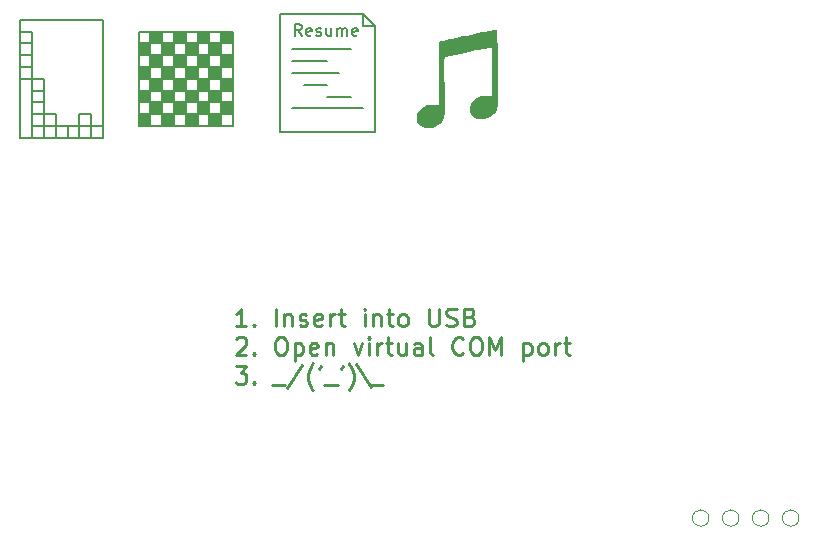
<source format=gbr>
%TF.GenerationSoftware,KiCad,Pcbnew,7.0.1*%
%TF.CreationDate,2023-07-03T20:41:50-04:00*%
%TF.ProjectId,business_card,62757369-6e65-4737-935f-636172642e6b,rev?*%
%TF.SameCoordinates,Original*%
%TF.FileFunction,Legend,Top*%
%TF.FilePolarity,Positive*%
%FSLAX46Y46*%
G04 Gerber Fmt 4.6, Leading zero omitted, Abs format (unit mm)*
G04 Created by KiCad (PCBNEW 7.0.1) date 2023-07-03 20:41:50*
%MOMM*%
%LPD*%
G01*
G04 APERTURE LIST*
%ADD10C,0.150000*%
%ADD11C,0.250000*%
%ADD12C,0.120000*%
G04 APERTURE END LIST*
D10*
X46000000Y-42000000D02*
X47000000Y-42000000D01*
X47000000Y-43000000D01*
X46000000Y-43000000D01*
X46000000Y-42000000D01*
X45000000Y-39000000D02*
X46000000Y-39000000D01*
X46000000Y-40000000D01*
X45000000Y-40000000D01*
X45000000Y-39000000D01*
X45000000Y-40000000D02*
X46000000Y-40000000D01*
X46000000Y-41000000D01*
X45000000Y-41000000D01*
X45000000Y-40000000D01*
X44000000Y-35000000D02*
X45000000Y-35000000D01*
X45000000Y-36000000D01*
X44000000Y-36000000D01*
X44000000Y-35000000D01*
D11*
X63142857Y-59956428D02*
X62285714Y-59956428D01*
X62714285Y-59956428D02*
X62714285Y-58456428D01*
X62714285Y-58456428D02*
X62571428Y-58670714D01*
X62571428Y-58670714D02*
X62428571Y-58813571D01*
X62428571Y-58813571D02*
X62285714Y-58885000D01*
X63785713Y-59813571D02*
X63857142Y-59885000D01*
X63857142Y-59885000D02*
X63785713Y-59956428D01*
X63785713Y-59956428D02*
X63714285Y-59885000D01*
X63714285Y-59885000D02*
X63785713Y-59813571D01*
X63785713Y-59813571D02*
X63785713Y-59956428D01*
X65642856Y-59956428D02*
X65642856Y-58456428D01*
X66357142Y-58956428D02*
X66357142Y-59956428D01*
X66357142Y-59099285D02*
X66428571Y-59027857D01*
X66428571Y-59027857D02*
X66571428Y-58956428D01*
X66571428Y-58956428D02*
X66785714Y-58956428D01*
X66785714Y-58956428D02*
X66928571Y-59027857D01*
X66928571Y-59027857D02*
X67000000Y-59170714D01*
X67000000Y-59170714D02*
X67000000Y-59956428D01*
X67642857Y-59885000D02*
X67785714Y-59956428D01*
X67785714Y-59956428D02*
X68071428Y-59956428D01*
X68071428Y-59956428D02*
X68214285Y-59885000D01*
X68214285Y-59885000D02*
X68285714Y-59742142D01*
X68285714Y-59742142D02*
X68285714Y-59670714D01*
X68285714Y-59670714D02*
X68214285Y-59527857D01*
X68214285Y-59527857D02*
X68071428Y-59456428D01*
X68071428Y-59456428D02*
X67857143Y-59456428D01*
X67857143Y-59456428D02*
X67714285Y-59385000D01*
X67714285Y-59385000D02*
X67642857Y-59242142D01*
X67642857Y-59242142D02*
X67642857Y-59170714D01*
X67642857Y-59170714D02*
X67714285Y-59027857D01*
X67714285Y-59027857D02*
X67857143Y-58956428D01*
X67857143Y-58956428D02*
X68071428Y-58956428D01*
X68071428Y-58956428D02*
X68214285Y-59027857D01*
X69500000Y-59885000D02*
X69357143Y-59956428D01*
X69357143Y-59956428D02*
X69071429Y-59956428D01*
X69071429Y-59956428D02*
X68928571Y-59885000D01*
X68928571Y-59885000D02*
X68857143Y-59742142D01*
X68857143Y-59742142D02*
X68857143Y-59170714D01*
X68857143Y-59170714D02*
X68928571Y-59027857D01*
X68928571Y-59027857D02*
X69071429Y-58956428D01*
X69071429Y-58956428D02*
X69357143Y-58956428D01*
X69357143Y-58956428D02*
X69500000Y-59027857D01*
X69500000Y-59027857D02*
X69571429Y-59170714D01*
X69571429Y-59170714D02*
X69571429Y-59313571D01*
X69571429Y-59313571D02*
X68857143Y-59456428D01*
X70214285Y-59956428D02*
X70214285Y-58956428D01*
X70214285Y-59242142D02*
X70285714Y-59099285D01*
X70285714Y-59099285D02*
X70357143Y-59027857D01*
X70357143Y-59027857D02*
X70500000Y-58956428D01*
X70500000Y-58956428D02*
X70642857Y-58956428D01*
X70928571Y-58956428D02*
X71499999Y-58956428D01*
X71142856Y-58456428D02*
X71142856Y-59742142D01*
X71142856Y-59742142D02*
X71214285Y-59885000D01*
X71214285Y-59885000D02*
X71357142Y-59956428D01*
X71357142Y-59956428D02*
X71499999Y-59956428D01*
X73142856Y-59956428D02*
X73142856Y-58956428D01*
X73142856Y-58456428D02*
X73071428Y-58527857D01*
X73071428Y-58527857D02*
X73142856Y-58599285D01*
X73142856Y-58599285D02*
X73214285Y-58527857D01*
X73214285Y-58527857D02*
X73142856Y-58456428D01*
X73142856Y-58456428D02*
X73142856Y-58599285D01*
X73857142Y-58956428D02*
X73857142Y-59956428D01*
X73857142Y-59099285D02*
X73928571Y-59027857D01*
X73928571Y-59027857D02*
X74071428Y-58956428D01*
X74071428Y-58956428D02*
X74285714Y-58956428D01*
X74285714Y-58956428D02*
X74428571Y-59027857D01*
X74428571Y-59027857D02*
X74500000Y-59170714D01*
X74500000Y-59170714D02*
X74500000Y-59956428D01*
X75000000Y-58956428D02*
X75571428Y-58956428D01*
X75214285Y-58456428D02*
X75214285Y-59742142D01*
X75214285Y-59742142D02*
X75285714Y-59885000D01*
X75285714Y-59885000D02*
X75428571Y-59956428D01*
X75428571Y-59956428D02*
X75571428Y-59956428D01*
X76285714Y-59956428D02*
X76142857Y-59885000D01*
X76142857Y-59885000D02*
X76071428Y-59813571D01*
X76071428Y-59813571D02*
X76000000Y-59670714D01*
X76000000Y-59670714D02*
X76000000Y-59242142D01*
X76000000Y-59242142D02*
X76071428Y-59099285D01*
X76071428Y-59099285D02*
X76142857Y-59027857D01*
X76142857Y-59027857D02*
X76285714Y-58956428D01*
X76285714Y-58956428D02*
X76500000Y-58956428D01*
X76500000Y-58956428D02*
X76642857Y-59027857D01*
X76642857Y-59027857D02*
X76714286Y-59099285D01*
X76714286Y-59099285D02*
X76785714Y-59242142D01*
X76785714Y-59242142D02*
X76785714Y-59670714D01*
X76785714Y-59670714D02*
X76714286Y-59813571D01*
X76714286Y-59813571D02*
X76642857Y-59885000D01*
X76642857Y-59885000D02*
X76500000Y-59956428D01*
X76500000Y-59956428D02*
X76285714Y-59956428D01*
X78571428Y-58456428D02*
X78571428Y-59670714D01*
X78571428Y-59670714D02*
X78642857Y-59813571D01*
X78642857Y-59813571D02*
X78714286Y-59885000D01*
X78714286Y-59885000D02*
X78857143Y-59956428D01*
X78857143Y-59956428D02*
X79142857Y-59956428D01*
X79142857Y-59956428D02*
X79285714Y-59885000D01*
X79285714Y-59885000D02*
X79357143Y-59813571D01*
X79357143Y-59813571D02*
X79428571Y-59670714D01*
X79428571Y-59670714D02*
X79428571Y-58456428D01*
X80071429Y-59885000D02*
X80285715Y-59956428D01*
X80285715Y-59956428D02*
X80642857Y-59956428D01*
X80642857Y-59956428D02*
X80785715Y-59885000D01*
X80785715Y-59885000D02*
X80857143Y-59813571D01*
X80857143Y-59813571D02*
X80928572Y-59670714D01*
X80928572Y-59670714D02*
X80928572Y-59527857D01*
X80928572Y-59527857D02*
X80857143Y-59385000D01*
X80857143Y-59385000D02*
X80785715Y-59313571D01*
X80785715Y-59313571D02*
X80642857Y-59242142D01*
X80642857Y-59242142D02*
X80357143Y-59170714D01*
X80357143Y-59170714D02*
X80214286Y-59099285D01*
X80214286Y-59099285D02*
X80142857Y-59027857D01*
X80142857Y-59027857D02*
X80071429Y-58885000D01*
X80071429Y-58885000D02*
X80071429Y-58742142D01*
X80071429Y-58742142D02*
X80142857Y-58599285D01*
X80142857Y-58599285D02*
X80214286Y-58527857D01*
X80214286Y-58527857D02*
X80357143Y-58456428D01*
X80357143Y-58456428D02*
X80714286Y-58456428D01*
X80714286Y-58456428D02*
X80928572Y-58527857D01*
X82071428Y-59170714D02*
X82285714Y-59242142D01*
X82285714Y-59242142D02*
X82357143Y-59313571D01*
X82357143Y-59313571D02*
X82428571Y-59456428D01*
X82428571Y-59456428D02*
X82428571Y-59670714D01*
X82428571Y-59670714D02*
X82357143Y-59813571D01*
X82357143Y-59813571D02*
X82285714Y-59885000D01*
X82285714Y-59885000D02*
X82142857Y-59956428D01*
X82142857Y-59956428D02*
X81571428Y-59956428D01*
X81571428Y-59956428D02*
X81571428Y-58456428D01*
X81571428Y-58456428D02*
X82071428Y-58456428D01*
X82071428Y-58456428D02*
X82214286Y-58527857D01*
X82214286Y-58527857D02*
X82285714Y-58599285D01*
X82285714Y-58599285D02*
X82357143Y-58742142D01*
X82357143Y-58742142D02*
X82357143Y-58885000D01*
X82357143Y-58885000D02*
X82285714Y-59027857D01*
X82285714Y-59027857D02*
X82214286Y-59099285D01*
X82214286Y-59099285D02*
X82071428Y-59170714D01*
X82071428Y-59170714D02*
X81571428Y-59170714D01*
X62285714Y-61029285D02*
X62357142Y-60957857D01*
X62357142Y-60957857D02*
X62500000Y-60886428D01*
X62500000Y-60886428D02*
X62857142Y-60886428D01*
X62857142Y-60886428D02*
X63000000Y-60957857D01*
X63000000Y-60957857D02*
X63071428Y-61029285D01*
X63071428Y-61029285D02*
X63142857Y-61172142D01*
X63142857Y-61172142D02*
X63142857Y-61315000D01*
X63142857Y-61315000D02*
X63071428Y-61529285D01*
X63071428Y-61529285D02*
X62214285Y-62386428D01*
X62214285Y-62386428D02*
X63142857Y-62386428D01*
X63785713Y-62243571D02*
X63857142Y-62315000D01*
X63857142Y-62315000D02*
X63785713Y-62386428D01*
X63785713Y-62386428D02*
X63714285Y-62315000D01*
X63714285Y-62315000D02*
X63785713Y-62243571D01*
X63785713Y-62243571D02*
X63785713Y-62386428D01*
X65928571Y-60886428D02*
X66214285Y-60886428D01*
X66214285Y-60886428D02*
X66357142Y-60957857D01*
X66357142Y-60957857D02*
X66499999Y-61100714D01*
X66499999Y-61100714D02*
X66571428Y-61386428D01*
X66571428Y-61386428D02*
X66571428Y-61886428D01*
X66571428Y-61886428D02*
X66499999Y-62172142D01*
X66499999Y-62172142D02*
X66357142Y-62315000D01*
X66357142Y-62315000D02*
X66214285Y-62386428D01*
X66214285Y-62386428D02*
X65928571Y-62386428D01*
X65928571Y-62386428D02*
X65785714Y-62315000D01*
X65785714Y-62315000D02*
X65642856Y-62172142D01*
X65642856Y-62172142D02*
X65571428Y-61886428D01*
X65571428Y-61886428D02*
X65571428Y-61386428D01*
X65571428Y-61386428D02*
X65642856Y-61100714D01*
X65642856Y-61100714D02*
X65785714Y-60957857D01*
X65785714Y-60957857D02*
X65928571Y-60886428D01*
X67214285Y-61386428D02*
X67214285Y-62886428D01*
X67214285Y-61457857D02*
X67357143Y-61386428D01*
X67357143Y-61386428D02*
X67642857Y-61386428D01*
X67642857Y-61386428D02*
X67785714Y-61457857D01*
X67785714Y-61457857D02*
X67857143Y-61529285D01*
X67857143Y-61529285D02*
X67928571Y-61672142D01*
X67928571Y-61672142D02*
X67928571Y-62100714D01*
X67928571Y-62100714D02*
X67857143Y-62243571D01*
X67857143Y-62243571D02*
X67785714Y-62315000D01*
X67785714Y-62315000D02*
X67642857Y-62386428D01*
X67642857Y-62386428D02*
X67357143Y-62386428D01*
X67357143Y-62386428D02*
X67214285Y-62315000D01*
X69142857Y-62315000D02*
X69000000Y-62386428D01*
X69000000Y-62386428D02*
X68714286Y-62386428D01*
X68714286Y-62386428D02*
X68571428Y-62315000D01*
X68571428Y-62315000D02*
X68500000Y-62172142D01*
X68500000Y-62172142D02*
X68500000Y-61600714D01*
X68500000Y-61600714D02*
X68571428Y-61457857D01*
X68571428Y-61457857D02*
X68714286Y-61386428D01*
X68714286Y-61386428D02*
X69000000Y-61386428D01*
X69000000Y-61386428D02*
X69142857Y-61457857D01*
X69142857Y-61457857D02*
X69214286Y-61600714D01*
X69214286Y-61600714D02*
X69214286Y-61743571D01*
X69214286Y-61743571D02*
X68500000Y-61886428D01*
X69857142Y-61386428D02*
X69857142Y-62386428D01*
X69857142Y-61529285D02*
X69928571Y-61457857D01*
X69928571Y-61457857D02*
X70071428Y-61386428D01*
X70071428Y-61386428D02*
X70285714Y-61386428D01*
X70285714Y-61386428D02*
X70428571Y-61457857D01*
X70428571Y-61457857D02*
X70500000Y-61600714D01*
X70500000Y-61600714D02*
X70500000Y-62386428D01*
X72214285Y-61386428D02*
X72571428Y-62386428D01*
X72571428Y-62386428D02*
X72928571Y-61386428D01*
X73499999Y-62386428D02*
X73499999Y-61386428D01*
X73499999Y-60886428D02*
X73428571Y-60957857D01*
X73428571Y-60957857D02*
X73499999Y-61029285D01*
X73499999Y-61029285D02*
X73571428Y-60957857D01*
X73571428Y-60957857D02*
X73499999Y-60886428D01*
X73499999Y-60886428D02*
X73499999Y-61029285D01*
X74214285Y-62386428D02*
X74214285Y-61386428D01*
X74214285Y-61672142D02*
X74285714Y-61529285D01*
X74285714Y-61529285D02*
X74357143Y-61457857D01*
X74357143Y-61457857D02*
X74500000Y-61386428D01*
X74500000Y-61386428D02*
X74642857Y-61386428D01*
X74928571Y-61386428D02*
X75499999Y-61386428D01*
X75142856Y-60886428D02*
X75142856Y-62172142D01*
X75142856Y-62172142D02*
X75214285Y-62315000D01*
X75214285Y-62315000D02*
X75357142Y-62386428D01*
X75357142Y-62386428D02*
X75499999Y-62386428D01*
X76642857Y-61386428D02*
X76642857Y-62386428D01*
X75999999Y-61386428D02*
X75999999Y-62172142D01*
X75999999Y-62172142D02*
X76071428Y-62315000D01*
X76071428Y-62315000D02*
X76214285Y-62386428D01*
X76214285Y-62386428D02*
X76428571Y-62386428D01*
X76428571Y-62386428D02*
X76571428Y-62315000D01*
X76571428Y-62315000D02*
X76642857Y-62243571D01*
X78000000Y-62386428D02*
X78000000Y-61600714D01*
X78000000Y-61600714D02*
X77928571Y-61457857D01*
X77928571Y-61457857D02*
X77785714Y-61386428D01*
X77785714Y-61386428D02*
X77500000Y-61386428D01*
X77500000Y-61386428D02*
X77357142Y-61457857D01*
X78000000Y-62315000D02*
X77857142Y-62386428D01*
X77857142Y-62386428D02*
X77500000Y-62386428D01*
X77500000Y-62386428D02*
X77357142Y-62315000D01*
X77357142Y-62315000D02*
X77285714Y-62172142D01*
X77285714Y-62172142D02*
X77285714Y-62029285D01*
X77285714Y-62029285D02*
X77357142Y-61886428D01*
X77357142Y-61886428D02*
X77500000Y-61815000D01*
X77500000Y-61815000D02*
X77857142Y-61815000D01*
X77857142Y-61815000D02*
X78000000Y-61743571D01*
X78928571Y-62386428D02*
X78785714Y-62315000D01*
X78785714Y-62315000D02*
X78714285Y-62172142D01*
X78714285Y-62172142D02*
X78714285Y-60886428D01*
X81499999Y-62243571D02*
X81428571Y-62315000D01*
X81428571Y-62315000D02*
X81214285Y-62386428D01*
X81214285Y-62386428D02*
X81071428Y-62386428D01*
X81071428Y-62386428D02*
X80857142Y-62315000D01*
X80857142Y-62315000D02*
X80714285Y-62172142D01*
X80714285Y-62172142D02*
X80642856Y-62029285D01*
X80642856Y-62029285D02*
X80571428Y-61743571D01*
X80571428Y-61743571D02*
X80571428Y-61529285D01*
X80571428Y-61529285D02*
X80642856Y-61243571D01*
X80642856Y-61243571D02*
X80714285Y-61100714D01*
X80714285Y-61100714D02*
X80857142Y-60957857D01*
X80857142Y-60957857D02*
X81071428Y-60886428D01*
X81071428Y-60886428D02*
X81214285Y-60886428D01*
X81214285Y-60886428D02*
X81428571Y-60957857D01*
X81428571Y-60957857D02*
X81499999Y-61029285D01*
X82428571Y-60886428D02*
X82714285Y-60886428D01*
X82714285Y-60886428D02*
X82857142Y-60957857D01*
X82857142Y-60957857D02*
X82999999Y-61100714D01*
X82999999Y-61100714D02*
X83071428Y-61386428D01*
X83071428Y-61386428D02*
X83071428Y-61886428D01*
X83071428Y-61886428D02*
X82999999Y-62172142D01*
X82999999Y-62172142D02*
X82857142Y-62315000D01*
X82857142Y-62315000D02*
X82714285Y-62386428D01*
X82714285Y-62386428D02*
X82428571Y-62386428D01*
X82428571Y-62386428D02*
X82285714Y-62315000D01*
X82285714Y-62315000D02*
X82142856Y-62172142D01*
X82142856Y-62172142D02*
X82071428Y-61886428D01*
X82071428Y-61886428D02*
X82071428Y-61386428D01*
X82071428Y-61386428D02*
X82142856Y-61100714D01*
X82142856Y-61100714D02*
X82285714Y-60957857D01*
X82285714Y-60957857D02*
X82428571Y-60886428D01*
X83714285Y-62386428D02*
X83714285Y-60886428D01*
X83714285Y-60886428D02*
X84214285Y-61957857D01*
X84214285Y-61957857D02*
X84714285Y-60886428D01*
X84714285Y-60886428D02*
X84714285Y-62386428D01*
X86571428Y-61386428D02*
X86571428Y-62886428D01*
X86571428Y-61457857D02*
X86714286Y-61386428D01*
X86714286Y-61386428D02*
X87000000Y-61386428D01*
X87000000Y-61386428D02*
X87142857Y-61457857D01*
X87142857Y-61457857D02*
X87214286Y-61529285D01*
X87214286Y-61529285D02*
X87285714Y-61672142D01*
X87285714Y-61672142D02*
X87285714Y-62100714D01*
X87285714Y-62100714D02*
X87214286Y-62243571D01*
X87214286Y-62243571D02*
X87142857Y-62315000D01*
X87142857Y-62315000D02*
X87000000Y-62386428D01*
X87000000Y-62386428D02*
X86714286Y-62386428D01*
X86714286Y-62386428D02*
X86571428Y-62315000D01*
X88142857Y-62386428D02*
X88000000Y-62315000D01*
X88000000Y-62315000D02*
X87928571Y-62243571D01*
X87928571Y-62243571D02*
X87857143Y-62100714D01*
X87857143Y-62100714D02*
X87857143Y-61672142D01*
X87857143Y-61672142D02*
X87928571Y-61529285D01*
X87928571Y-61529285D02*
X88000000Y-61457857D01*
X88000000Y-61457857D02*
X88142857Y-61386428D01*
X88142857Y-61386428D02*
X88357143Y-61386428D01*
X88357143Y-61386428D02*
X88500000Y-61457857D01*
X88500000Y-61457857D02*
X88571429Y-61529285D01*
X88571429Y-61529285D02*
X88642857Y-61672142D01*
X88642857Y-61672142D02*
X88642857Y-62100714D01*
X88642857Y-62100714D02*
X88571429Y-62243571D01*
X88571429Y-62243571D02*
X88500000Y-62315000D01*
X88500000Y-62315000D02*
X88357143Y-62386428D01*
X88357143Y-62386428D02*
X88142857Y-62386428D01*
X89285714Y-62386428D02*
X89285714Y-61386428D01*
X89285714Y-61672142D02*
X89357143Y-61529285D01*
X89357143Y-61529285D02*
X89428572Y-61457857D01*
X89428572Y-61457857D02*
X89571429Y-61386428D01*
X89571429Y-61386428D02*
X89714286Y-61386428D01*
X90000000Y-61386428D02*
X90571428Y-61386428D01*
X90214285Y-60886428D02*
X90214285Y-62172142D01*
X90214285Y-62172142D02*
X90285714Y-62315000D01*
X90285714Y-62315000D02*
X90428571Y-62386428D01*
X90428571Y-62386428D02*
X90571428Y-62386428D01*
X62214285Y-63316428D02*
X63142857Y-63316428D01*
X63142857Y-63316428D02*
X62642857Y-63887857D01*
X62642857Y-63887857D02*
X62857142Y-63887857D01*
X62857142Y-63887857D02*
X63000000Y-63959285D01*
X63000000Y-63959285D02*
X63071428Y-64030714D01*
X63071428Y-64030714D02*
X63142857Y-64173571D01*
X63142857Y-64173571D02*
X63142857Y-64530714D01*
X63142857Y-64530714D02*
X63071428Y-64673571D01*
X63071428Y-64673571D02*
X63000000Y-64745000D01*
X63000000Y-64745000D02*
X62857142Y-64816428D01*
X62857142Y-64816428D02*
X62428571Y-64816428D01*
X62428571Y-64816428D02*
X62285714Y-64745000D01*
X62285714Y-64745000D02*
X62214285Y-64673571D01*
X63785713Y-64673571D02*
X63857142Y-64745000D01*
X63857142Y-64745000D02*
X63785713Y-64816428D01*
X63785713Y-64816428D02*
X63714285Y-64745000D01*
X63714285Y-64745000D02*
X63785713Y-64673571D01*
X63785713Y-64673571D02*
X63785713Y-64816428D01*
X65285714Y-64959285D02*
X66428571Y-64959285D01*
X67857142Y-63245000D02*
X66571428Y-65173571D01*
X68785714Y-65387857D02*
X68714285Y-65316428D01*
X68714285Y-65316428D02*
X68571428Y-65102142D01*
X68571428Y-65102142D02*
X68500000Y-64959285D01*
X68500000Y-64959285D02*
X68428571Y-64745000D01*
X68428571Y-64745000D02*
X68357142Y-64387857D01*
X68357142Y-64387857D02*
X68357142Y-64102142D01*
X68357142Y-64102142D02*
X68428571Y-63745000D01*
X68428571Y-63745000D02*
X68500000Y-63530714D01*
X68500000Y-63530714D02*
X68571428Y-63387857D01*
X68571428Y-63387857D02*
X68714285Y-63173571D01*
X68714285Y-63173571D02*
X68785714Y-63102142D01*
X69428571Y-63316428D02*
X69285714Y-63602142D01*
X69714286Y-64959285D02*
X70857143Y-64959285D01*
X71285714Y-63316428D02*
X71142857Y-63602142D01*
X71785714Y-65387857D02*
X71857143Y-65316428D01*
X71857143Y-65316428D02*
X72000000Y-65102142D01*
X72000000Y-65102142D02*
X72071429Y-64959285D01*
X72071429Y-64959285D02*
X72142857Y-64745000D01*
X72142857Y-64745000D02*
X72214286Y-64387857D01*
X72214286Y-64387857D02*
X72214286Y-64102142D01*
X72214286Y-64102142D02*
X72142857Y-63745000D01*
X72142857Y-63745000D02*
X72071429Y-63530714D01*
X72071429Y-63530714D02*
X72000000Y-63387857D01*
X72000000Y-63387857D02*
X71857143Y-63173571D01*
X71857143Y-63173571D02*
X71785714Y-63102142D01*
X72428571Y-63173571D02*
X73714286Y-65102142D01*
X73571429Y-64959285D02*
X74714286Y-64959285D01*
D10*
X67809523Y-35377619D02*
X67476190Y-34901428D01*
X67238095Y-35377619D02*
X67238095Y-34377619D01*
X67238095Y-34377619D02*
X67619047Y-34377619D01*
X67619047Y-34377619D02*
X67714285Y-34425238D01*
X67714285Y-34425238D02*
X67761904Y-34472857D01*
X67761904Y-34472857D02*
X67809523Y-34568095D01*
X67809523Y-34568095D02*
X67809523Y-34710952D01*
X67809523Y-34710952D02*
X67761904Y-34806190D01*
X67761904Y-34806190D02*
X67714285Y-34853809D01*
X67714285Y-34853809D02*
X67619047Y-34901428D01*
X67619047Y-34901428D02*
X67238095Y-34901428D01*
X68619047Y-35330000D02*
X68523809Y-35377619D01*
X68523809Y-35377619D02*
X68333333Y-35377619D01*
X68333333Y-35377619D02*
X68238095Y-35330000D01*
X68238095Y-35330000D02*
X68190476Y-35234761D01*
X68190476Y-35234761D02*
X68190476Y-34853809D01*
X68190476Y-34853809D02*
X68238095Y-34758571D01*
X68238095Y-34758571D02*
X68333333Y-34710952D01*
X68333333Y-34710952D02*
X68523809Y-34710952D01*
X68523809Y-34710952D02*
X68619047Y-34758571D01*
X68619047Y-34758571D02*
X68666666Y-34853809D01*
X68666666Y-34853809D02*
X68666666Y-34949047D01*
X68666666Y-34949047D02*
X68190476Y-35044285D01*
X69047619Y-35330000D02*
X69142857Y-35377619D01*
X69142857Y-35377619D02*
X69333333Y-35377619D01*
X69333333Y-35377619D02*
X69428571Y-35330000D01*
X69428571Y-35330000D02*
X69476190Y-35234761D01*
X69476190Y-35234761D02*
X69476190Y-35187142D01*
X69476190Y-35187142D02*
X69428571Y-35091904D01*
X69428571Y-35091904D02*
X69333333Y-35044285D01*
X69333333Y-35044285D02*
X69190476Y-35044285D01*
X69190476Y-35044285D02*
X69095238Y-34996666D01*
X69095238Y-34996666D02*
X69047619Y-34901428D01*
X69047619Y-34901428D02*
X69047619Y-34853809D01*
X69047619Y-34853809D02*
X69095238Y-34758571D01*
X69095238Y-34758571D02*
X69190476Y-34710952D01*
X69190476Y-34710952D02*
X69333333Y-34710952D01*
X69333333Y-34710952D02*
X69428571Y-34758571D01*
X70333333Y-34710952D02*
X70333333Y-35377619D01*
X69904762Y-34710952D02*
X69904762Y-35234761D01*
X69904762Y-35234761D02*
X69952381Y-35330000D01*
X69952381Y-35330000D02*
X70047619Y-35377619D01*
X70047619Y-35377619D02*
X70190476Y-35377619D01*
X70190476Y-35377619D02*
X70285714Y-35330000D01*
X70285714Y-35330000D02*
X70333333Y-35282380D01*
X70809524Y-35377619D02*
X70809524Y-34710952D01*
X70809524Y-34806190D02*
X70857143Y-34758571D01*
X70857143Y-34758571D02*
X70952381Y-34710952D01*
X70952381Y-34710952D02*
X71095238Y-34710952D01*
X71095238Y-34710952D02*
X71190476Y-34758571D01*
X71190476Y-34758571D02*
X71238095Y-34853809D01*
X71238095Y-34853809D02*
X71238095Y-35377619D01*
X71238095Y-34853809D02*
X71285714Y-34758571D01*
X71285714Y-34758571D02*
X71380952Y-34710952D01*
X71380952Y-34710952D02*
X71523809Y-34710952D01*
X71523809Y-34710952D02*
X71619048Y-34758571D01*
X71619048Y-34758571D02*
X71666667Y-34853809D01*
X71666667Y-34853809D02*
X71666667Y-35377619D01*
X72523809Y-35330000D02*
X72428571Y-35377619D01*
X72428571Y-35377619D02*
X72238095Y-35377619D01*
X72238095Y-35377619D02*
X72142857Y-35330000D01*
X72142857Y-35330000D02*
X72095238Y-35234761D01*
X72095238Y-35234761D02*
X72095238Y-34853809D01*
X72095238Y-34853809D02*
X72142857Y-34758571D01*
X72142857Y-34758571D02*
X72238095Y-34710952D01*
X72238095Y-34710952D02*
X72428571Y-34710952D01*
X72428571Y-34710952D02*
X72523809Y-34758571D01*
X72523809Y-34758571D02*
X72571428Y-34853809D01*
X72571428Y-34853809D02*
X72571428Y-34949047D01*
X72571428Y-34949047D02*
X72095238Y-35044285D01*
X70000000Y-40500000D02*
X72000000Y-40500000D01*
X67000000Y-41500000D02*
X73000000Y-41500000D01*
X68000000Y-39500000D02*
X70000000Y-39500000D01*
X67000000Y-38500000D02*
X71000000Y-38500000D01*
X67000000Y-37500000D02*
X70000000Y-37500000D01*
X67000000Y-36500000D02*
X72000000Y-36500000D01*
X73000000Y-34500000D02*
X74000000Y-34500000D01*
X73000000Y-33500000D02*
X73000000Y-34500000D01*
X73000000Y-33500000D02*
X66000000Y-33500000D01*
X74000000Y-34500000D02*
X73000000Y-33500000D01*
X74000000Y-43500000D02*
X74000000Y-34500000D01*
X66000000Y-43500000D02*
X74000000Y-43500000D01*
X66000000Y-33500000D02*
X66000000Y-43500000D01*
X61000000Y-39000000D02*
X62000000Y-39000000D01*
X62000000Y-40000000D01*
X61000000Y-40000000D01*
X61000000Y-39000000D01*
G36*
X61000000Y-39000000D02*
G01*
X62000000Y-39000000D01*
X62000000Y-40000000D01*
X61000000Y-40000000D01*
X61000000Y-39000000D01*
G37*
X61000000Y-41000000D02*
X62000000Y-41000000D01*
X62000000Y-42000000D01*
X61000000Y-42000000D01*
X61000000Y-41000000D01*
G36*
X61000000Y-41000000D02*
G01*
X62000000Y-41000000D01*
X62000000Y-42000000D01*
X61000000Y-42000000D01*
X61000000Y-41000000D01*
G37*
X60000000Y-42000000D02*
X61000000Y-42000000D01*
X61000000Y-43000000D01*
X60000000Y-43000000D01*
X60000000Y-42000000D01*
G36*
X60000000Y-42000000D02*
G01*
X61000000Y-42000000D01*
X61000000Y-43000000D01*
X60000000Y-43000000D01*
X60000000Y-42000000D01*
G37*
X59000000Y-41000000D02*
X60000000Y-41000000D01*
X60000000Y-42000000D01*
X59000000Y-42000000D01*
X59000000Y-41000000D01*
G36*
X59000000Y-41000000D02*
G01*
X60000000Y-41000000D01*
X60000000Y-42000000D01*
X59000000Y-42000000D01*
X59000000Y-41000000D01*
G37*
X58000000Y-42000000D02*
X59000000Y-42000000D01*
X59000000Y-43000000D01*
X58000000Y-43000000D01*
X58000000Y-42000000D01*
G36*
X58000000Y-42000000D02*
G01*
X59000000Y-42000000D01*
X59000000Y-43000000D01*
X58000000Y-43000000D01*
X58000000Y-42000000D01*
G37*
X57000000Y-41000000D02*
X58000000Y-41000000D01*
X58000000Y-42000000D01*
X57000000Y-42000000D01*
X57000000Y-41000000D01*
G36*
X57000000Y-41000000D02*
G01*
X58000000Y-41000000D01*
X58000000Y-42000000D01*
X57000000Y-42000000D01*
X57000000Y-41000000D01*
G37*
X56000000Y-42000000D02*
X57000000Y-42000000D01*
X57000000Y-43000000D01*
X56000000Y-43000000D01*
X56000000Y-42000000D01*
G36*
X56000000Y-42000000D02*
G01*
X57000000Y-42000000D01*
X57000000Y-43000000D01*
X56000000Y-43000000D01*
X56000000Y-42000000D01*
G37*
X54000000Y-42000000D02*
X55000000Y-42000000D01*
X55000000Y-43000000D01*
X54000000Y-43000000D01*
X54000000Y-42000000D01*
G36*
X54000000Y-42000000D02*
G01*
X55000000Y-42000000D01*
X55000000Y-43000000D01*
X54000000Y-43000000D01*
X54000000Y-42000000D01*
G37*
X54000000Y-40000000D02*
X55000000Y-40000000D01*
X55000000Y-41000000D01*
X54000000Y-41000000D01*
X54000000Y-40000000D01*
G36*
X54000000Y-40000000D02*
G01*
X55000000Y-40000000D01*
X55000000Y-41000000D01*
X54000000Y-41000000D01*
X54000000Y-40000000D01*
G37*
X55000000Y-41000000D02*
X56000000Y-41000000D01*
X56000000Y-42000000D01*
X55000000Y-42000000D01*
X55000000Y-41000000D01*
G36*
X55000000Y-41000000D02*
G01*
X56000000Y-41000000D01*
X56000000Y-42000000D01*
X55000000Y-42000000D01*
X55000000Y-41000000D01*
G37*
X56000000Y-40000000D02*
X57000000Y-40000000D01*
X57000000Y-41000000D01*
X56000000Y-41000000D01*
X56000000Y-40000000D01*
G36*
X56000000Y-40000000D02*
G01*
X57000000Y-40000000D01*
X57000000Y-41000000D01*
X56000000Y-41000000D01*
X56000000Y-40000000D01*
G37*
X57000000Y-39000000D02*
X58000000Y-39000000D01*
X58000000Y-40000000D01*
X57000000Y-40000000D01*
X57000000Y-39000000D01*
G36*
X57000000Y-39000000D02*
G01*
X58000000Y-39000000D01*
X58000000Y-40000000D01*
X57000000Y-40000000D01*
X57000000Y-39000000D01*
G37*
X58000000Y-40000000D02*
X59000000Y-40000000D01*
X59000000Y-41000000D01*
X58000000Y-41000000D01*
X58000000Y-40000000D01*
G36*
X58000000Y-40000000D02*
G01*
X59000000Y-40000000D01*
X59000000Y-41000000D01*
X58000000Y-41000000D01*
X58000000Y-40000000D01*
G37*
X59000000Y-39000000D02*
X60000000Y-39000000D01*
X60000000Y-40000000D01*
X59000000Y-40000000D01*
X59000000Y-39000000D01*
G36*
X59000000Y-39000000D02*
G01*
X60000000Y-39000000D01*
X60000000Y-40000000D01*
X59000000Y-40000000D01*
X59000000Y-39000000D01*
G37*
X60000000Y-40000000D02*
X61000000Y-40000000D01*
X61000000Y-41000000D01*
X60000000Y-41000000D01*
X60000000Y-40000000D01*
G36*
X60000000Y-40000000D02*
G01*
X61000000Y-40000000D01*
X61000000Y-41000000D01*
X60000000Y-41000000D01*
X60000000Y-40000000D01*
G37*
X60000000Y-38000000D02*
X61000000Y-38000000D01*
X61000000Y-39000000D01*
X60000000Y-39000000D01*
X60000000Y-38000000D01*
G36*
X60000000Y-38000000D02*
G01*
X61000000Y-38000000D01*
X61000000Y-39000000D01*
X60000000Y-39000000D01*
X60000000Y-38000000D01*
G37*
X58000000Y-38000000D02*
X59000000Y-38000000D01*
X59000000Y-39000000D01*
X58000000Y-39000000D01*
X58000000Y-38000000D01*
G36*
X58000000Y-38000000D02*
G01*
X59000000Y-38000000D01*
X59000000Y-39000000D01*
X58000000Y-39000000D01*
X58000000Y-38000000D01*
G37*
X56000000Y-38000000D02*
X57000000Y-38000000D01*
X57000000Y-39000000D01*
X56000000Y-39000000D01*
X56000000Y-38000000D01*
G36*
X56000000Y-38000000D02*
G01*
X57000000Y-38000000D01*
X57000000Y-39000000D01*
X56000000Y-39000000D01*
X56000000Y-38000000D01*
G37*
X54000000Y-38000000D02*
X55000000Y-38000000D01*
X55000000Y-39000000D01*
X54000000Y-39000000D01*
X54000000Y-38000000D01*
G36*
X54000000Y-38000000D02*
G01*
X55000000Y-38000000D01*
X55000000Y-39000000D01*
X54000000Y-39000000D01*
X54000000Y-38000000D01*
G37*
X55000000Y-39000000D02*
X56000000Y-39000000D01*
X56000000Y-40000000D01*
X55000000Y-40000000D01*
X55000000Y-39000000D01*
G36*
X55000000Y-39000000D02*
G01*
X56000000Y-39000000D01*
X56000000Y-40000000D01*
X55000000Y-40000000D01*
X55000000Y-39000000D01*
G37*
X55000000Y-37000000D02*
X56000000Y-37000000D01*
X56000000Y-38000000D01*
X55000000Y-38000000D01*
X55000000Y-37000000D01*
G36*
X55000000Y-37000000D02*
G01*
X56000000Y-37000000D01*
X56000000Y-38000000D01*
X55000000Y-38000000D01*
X55000000Y-37000000D01*
G37*
X57000000Y-37000000D02*
X58000000Y-37000000D01*
X58000000Y-38000000D01*
X57000000Y-38000000D01*
X57000000Y-37000000D01*
G36*
X57000000Y-37000000D02*
G01*
X58000000Y-37000000D01*
X58000000Y-38000000D01*
X57000000Y-38000000D01*
X57000000Y-37000000D01*
G37*
X59000000Y-37000000D02*
X60000000Y-37000000D01*
X60000000Y-38000000D01*
X59000000Y-38000000D01*
X59000000Y-37000000D01*
G36*
X59000000Y-37000000D02*
G01*
X60000000Y-37000000D01*
X60000000Y-38000000D01*
X59000000Y-38000000D01*
X59000000Y-37000000D01*
G37*
X61000000Y-37000000D02*
X62000000Y-37000000D01*
X62000000Y-38000000D01*
X61000000Y-38000000D01*
X61000000Y-37000000D01*
G36*
X61000000Y-37000000D02*
G01*
X62000000Y-37000000D01*
X62000000Y-38000000D01*
X61000000Y-38000000D01*
X61000000Y-37000000D01*
G37*
X60000000Y-36000000D02*
X61000000Y-36000000D01*
X61000000Y-37000000D01*
X60000000Y-37000000D01*
X60000000Y-36000000D01*
G36*
X60000000Y-36000000D02*
G01*
X61000000Y-36000000D01*
X61000000Y-37000000D01*
X60000000Y-37000000D01*
X60000000Y-36000000D01*
G37*
X61000000Y-35000000D02*
X62000000Y-35000000D01*
X62000000Y-36000000D01*
X61000000Y-36000000D01*
X61000000Y-35000000D01*
G36*
X61000000Y-35000000D02*
G01*
X62000000Y-35000000D01*
X62000000Y-36000000D01*
X61000000Y-36000000D01*
X61000000Y-35000000D01*
G37*
X59000000Y-35000000D02*
X60000000Y-35000000D01*
X60000000Y-36000000D01*
X59000000Y-36000000D01*
X59000000Y-35000000D01*
G36*
X59000000Y-35000000D02*
G01*
X60000000Y-35000000D01*
X60000000Y-36000000D01*
X59000000Y-36000000D01*
X59000000Y-35000000D01*
G37*
X58000000Y-36000000D02*
X59000000Y-36000000D01*
X59000000Y-37000000D01*
X58000000Y-37000000D01*
X58000000Y-36000000D01*
G36*
X58000000Y-36000000D02*
G01*
X59000000Y-36000000D01*
X59000000Y-37000000D01*
X58000000Y-37000000D01*
X58000000Y-36000000D01*
G37*
X57000000Y-35000000D02*
X58000000Y-35000000D01*
X58000000Y-36000000D01*
X57000000Y-36000000D01*
X57000000Y-35000000D01*
G36*
X57000000Y-35000000D02*
G01*
X58000000Y-35000000D01*
X58000000Y-36000000D01*
X57000000Y-36000000D01*
X57000000Y-35000000D01*
G37*
X56000000Y-36000000D02*
X57000000Y-36000000D01*
X57000000Y-37000000D01*
X56000000Y-37000000D01*
X56000000Y-36000000D01*
G36*
X56000000Y-36000000D02*
G01*
X57000000Y-36000000D01*
X57000000Y-37000000D01*
X56000000Y-37000000D01*
X56000000Y-36000000D01*
G37*
X54000000Y-36000000D02*
X55000000Y-36000000D01*
X55000000Y-37000000D01*
X54000000Y-37000000D01*
X54000000Y-36000000D01*
G36*
X54000000Y-36000000D02*
G01*
X55000000Y-36000000D01*
X55000000Y-37000000D01*
X54000000Y-37000000D01*
X54000000Y-36000000D01*
G37*
X55000000Y-35000000D02*
X56000000Y-35000000D01*
X56000000Y-36000000D01*
X55000000Y-36000000D01*
X55000000Y-35000000D01*
G36*
X55000000Y-35000000D02*
G01*
X56000000Y-35000000D01*
X56000000Y-36000000D01*
X55000000Y-36000000D01*
X55000000Y-35000000D01*
G37*
X55000000Y-42000000D02*
X55000000Y-43000000D01*
X55000000Y-36000000D02*
X54000000Y-36000000D01*
X61000000Y-42000000D02*
X61000000Y-43000000D01*
X60000000Y-41000000D02*
X60000000Y-43000000D01*
X54000000Y-42000000D02*
X62000000Y-42000000D01*
X54000000Y-41000000D02*
X54000000Y-42000000D01*
X62000000Y-41000000D02*
X54000000Y-41000000D01*
X62000000Y-40000000D02*
X62000000Y-41000000D01*
X54000000Y-40000000D02*
X62000000Y-40000000D01*
X55000000Y-35000000D02*
X55000000Y-36000000D01*
X62000000Y-38000000D02*
X54000000Y-38000000D01*
X62000000Y-36000000D02*
X61000000Y-36000000D01*
X61000000Y-35000000D02*
X61000000Y-36000000D01*
X60000000Y-35000000D02*
X60000000Y-37000000D01*
X54000000Y-37000000D02*
X62000000Y-37000000D01*
X56000000Y-35000000D02*
X56000000Y-43000000D01*
X57000000Y-35000000D02*
X57000000Y-43000000D01*
X59000000Y-35000000D02*
X59000000Y-43000000D01*
X58000000Y-35000000D02*
X58000000Y-43000000D01*
X54000000Y-39000000D02*
X62000000Y-39000000D01*
X57000000Y-38000000D02*
X59000000Y-38000000D01*
X59000000Y-40000000D01*
X57000000Y-40000000D01*
X57000000Y-38000000D01*
X56000000Y-37000000D02*
X60000000Y-37000000D01*
X60000000Y-41000000D01*
X56000000Y-41000000D01*
X56000000Y-37000000D01*
X55000000Y-36000000D02*
X61000000Y-36000000D01*
X61000000Y-42000000D01*
X55000000Y-42000000D01*
X55000000Y-36000000D01*
X54000000Y-35000000D02*
X62000000Y-35000000D01*
X62000000Y-43000000D01*
X54000000Y-43000000D01*
X54000000Y-35000000D01*
X44000000Y-34000000D02*
X51000000Y-34000000D01*
X51000000Y-44000000D01*
X44000000Y-44000000D01*
X44000000Y-34000000D01*
X44000000Y-36000000D02*
X45000000Y-36000000D01*
X45000000Y-37000000D01*
X44000000Y-37000000D01*
X44000000Y-36000000D01*
X44000000Y-37000000D02*
X45000000Y-37000000D01*
X45000000Y-38000000D01*
X44000000Y-38000000D01*
X44000000Y-37000000D01*
X44000000Y-38000000D02*
X45000000Y-38000000D01*
X45000000Y-39000000D01*
X44000000Y-39000000D01*
X44000000Y-38000000D01*
X45000000Y-41000000D02*
X46000000Y-41000000D01*
X46000000Y-42000000D01*
X45000000Y-42000000D01*
X45000000Y-41000000D01*
X45000000Y-42000000D02*
X46000000Y-42000000D01*
X46000000Y-43000000D01*
X45000000Y-43000000D01*
X45000000Y-42000000D01*
X45000000Y-43000000D02*
X46000000Y-43000000D01*
X46000000Y-44000000D01*
X45000000Y-44000000D01*
X45000000Y-43000000D01*
X46000000Y-43000000D02*
X47000000Y-43000000D01*
X47000000Y-44000000D01*
X46000000Y-44000000D01*
X46000000Y-43000000D01*
X47000000Y-43000000D02*
X48000000Y-43000000D01*
X48000000Y-44000000D01*
X47000000Y-44000000D01*
X47000000Y-43000000D01*
X49000000Y-42000000D02*
X50000000Y-42000000D01*
X50000000Y-43000000D01*
X49000000Y-43000000D01*
X49000000Y-42000000D01*
X50000000Y-43000000D02*
X51000000Y-43000000D01*
X51000000Y-44000000D01*
X50000000Y-44000000D01*
X50000000Y-43000000D01*
X49000000Y-43000000D02*
X50000000Y-43000000D01*
X50000000Y-44000000D01*
X49000000Y-44000000D01*
X49000000Y-43000000D01*
X48000000Y-43000000D02*
X49000000Y-43000000D01*
X49000000Y-44000000D01*
X48000000Y-44000000D01*
X48000000Y-43000000D01*
%TO.C,G\u002A\u002A\u002A*%
G36*
X84394078Y-35787954D02*
G01*
X84394728Y-36013815D01*
X84396334Y-36280330D01*
X84398787Y-36577516D01*
X84401980Y-36895390D01*
X84405805Y-37223969D01*
X84410153Y-37553269D01*
X84414919Y-37873309D01*
X84419590Y-38151645D01*
X84427916Y-38635919D01*
X84434633Y-39072370D01*
X84439605Y-39463800D01*
X84442695Y-39813012D01*
X84443768Y-40122810D01*
X84442686Y-40395997D01*
X84439313Y-40635375D01*
X84433512Y-40843747D01*
X84425149Y-41023917D01*
X84414085Y-41178687D01*
X84400185Y-41310861D01*
X84383312Y-41423242D01*
X84363330Y-41518632D01*
X84340103Y-41599835D01*
X84313494Y-41669654D01*
X84283366Y-41730891D01*
X84249584Y-41786350D01*
X84242210Y-41797238D01*
X84115892Y-41944539D01*
X83948788Y-42083549D01*
X83750733Y-42207493D01*
X83531568Y-42309596D01*
X83459469Y-42336243D01*
X83361405Y-42367423D01*
X83272584Y-42387468D01*
X83176047Y-42398772D01*
X83054833Y-42403729D01*
X82975274Y-42404600D01*
X82845037Y-42404251D01*
X82751329Y-42400166D01*
X82680057Y-42390130D01*
X82617124Y-42371923D01*
X82548436Y-42343330D01*
X82528910Y-42334390D01*
X82362187Y-42235474D01*
X82231521Y-42106560D01*
X82128866Y-41939554D01*
X82121912Y-41924925D01*
X82083354Y-41832911D01*
X82061695Y-41749696D01*
X82052566Y-41653219D01*
X82051285Y-41568393D01*
X82053781Y-41459631D01*
X82064261Y-41377237D01*
X82087856Y-41299866D01*
X82129694Y-41206173D01*
X82146640Y-41171550D01*
X82270945Y-40974875D01*
X82439154Y-40795247D01*
X82645974Y-40637678D01*
X82809606Y-40543836D01*
X82919840Y-40490227D01*
X83005846Y-40456461D01*
X83087264Y-40437067D01*
X83183732Y-40426575D01*
X83243452Y-40422973D01*
X83378713Y-40421784D01*
X83533342Y-40429298D01*
X83677108Y-40443949D01*
X83693213Y-40446265D01*
X83797411Y-40461549D01*
X83882857Y-40473458D01*
X83937002Y-40480271D01*
X83948361Y-40481228D01*
X83951292Y-40456699D01*
X83953947Y-40386112D01*
X83956324Y-40274055D01*
X83958424Y-40125117D01*
X83960247Y-39943886D01*
X83961792Y-39734953D01*
X83963059Y-39502905D01*
X83964048Y-39252332D01*
X83964759Y-38987822D01*
X83965191Y-38713964D01*
X83965344Y-38435347D01*
X83965219Y-38156560D01*
X83964815Y-37882191D01*
X83964131Y-37616829D01*
X83963168Y-37365064D01*
X83961925Y-37131483D01*
X83960402Y-36920677D01*
X83958599Y-36737233D01*
X83956516Y-36585740D01*
X83954152Y-36470788D01*
X83951507Y-36396964D01*
X83948582Y-36368859D01*
X83948543Y-36368815D01*
X83915732Y-36365638D01*
X83836858Y-36373012D01*
X83715251Y-36390290D01*
X83554241Y-36416823D01*
X83357160Y-36451965D01*
X83127337Y-36495067D01*
X82868104Y-36545482D01*
X82582791Y-36602564D01*
X82274729Y-36665663D01*
X81947249Y-36734134D01*
X81603681Y-36807327D01*
X81247356Y-36884596D01*
X80889873Y-36963454D01*
X80677357Y-37010693D01*
X80480874Y-37054300D01*
X80305786Y-37093090D01*
X80157455Y-37125878D01*
X80041242Y-37151479D01*
X79962509Y-37168708D01*
X79926618Y-37176382D01*
X79924987Y-37176670D01*
X79917791Y-37201685D01*
X79911820Y-37275519D01*
X79907082Y-37396362D01*
X79903582Y-37562398D01*
X79901328Y-37771815D01*
X79900326Y-38022801D01*
X79900584Y-38313541D01*
X79902108Y-38642223D01*
X79904904Y-39007034D01*
X79908980Y-39406161D01*
X79914343Y-39837790D01*
X79914885Y-39877928D01*
X79920092Y-40263663D01*
X79924406Y-40602390D01*
X79927625Y-40897743D01*
X79929549Y-41153358D01*
X79929976Y-41372869D01*
X79928703Y-41559911D01*
X79925530Y-41718120D01*
X79920254Y-41851129D01*
X79912674Y-41962575D01*
X79902588Y-42056091D01*
X79889795Y-42135313D01*
X79874092Y-42203876D01*
X79855279Y-42265414D01*
X79833153Y-42323564D01*
X79807513Y-42381958D01*
X79778157Y-42444233D01*
X79771754Y-42457616D01*
X79654644Y-42645701D01*
X79498251Y-42810676D01*
X79309927Y-42949189D01*
X79097024Y-43057887D01*
X78866893Y-43133421D01*
X78626886Y-43172437D01*
X78384355Y-43171585D01*
X78248388Y-43152092D01*
X78062576Y-43094107D01*
X77894328Y-43000678D01*
X77752302Y-42878811D01*
X77645156Y-42735510D01*
X77594468Y-42622991D01*
X77561946Y-42468934D01*
X77555220Y-42296569D01*
X77574250Y-42130259D01*
X77595356Y-42051155D01*
X77688714Y-41851292D01*
X77824899Y-41665571D01*
X77996694Y-41500306D01*
X78196888Y-41361810D01*
X78418265Y-41256397D01*
X78552987Y-41213047D01*
X78689172Y-41189476D01*
X78853449Y-41180121D01*
X79025317Y-41184916D01*
X79184276Y-41203790D01*
X79239980Y-41215346D01*
X79328309Y-41235139D01*
X79401437Y-41248820D01*
X79436241Y-41252937D01*
X79443284Y-41251085D01*
X79449541Y-41243348D01*
X79455057Y-41226907D01*
X79459881Y-41198944D01*
X79464057Y-41156641D01*
X79467632Y-41097180D01*
X79470653Y-41017743D01*
X79473165Y-40915511D01*
X79475216Y-40787666D01*
X79476851Y-40631391D01*
X79478118Y-40443867D01*
X79479061Y-40222275D01*
X79479728Y-39963798D01*
X79480165Y-39665617D01*
X79480418Y-39324915D01*
X79480534Y-38938873D01*
X79480558Y-38557806D01*
X79480558Y-35861773D01*
X79579268Y-35835193D01*
X79698895Y-35804597D01*
X79862176Y-35765283D01*
X80063923Y-35718355D01*
X80298949Y-35664917D01*
X80562067Y-35606073D01*
X80848091Y-35542927D01*
X81151833Y-35476582D01*
X81468108Y-35408143D01*
X81791728Y-35338714D01*
X82117506Y-35269398D01*
X82440255Y-35201298D01*
X82754789Y-35135520D01*
X83055920Y-35073167D01*
X83338463Y-35015342D01*
X83597229Y-34963150D01*
X83827033Y-34917694D01*
X84022687Y-34880079D01*
X84179005Y-34851408D01*
X84285793Y-34833545D01*
X84393420Y-34817084D01*
X84394078Y-35787954D01*
G37*
D12*
%TO.C,TP3*%
X104840000Y-76200000D02*
G75*
G03*
X104840000Y-76200000I-700000J0D01*
G01*
%TO.C,TP4*%
X109920000Y-76200000D02*
G75*
G03*
X109920000Y-76200000I-700000J0D01*
G01*
%TO.C,TP1*%
X102300000Y-76200000D02*
G75*
G03*
X102300000Y-76200000I-700000J0D01*
G01*
%TO.C,TP2*%
X107380000Y-76200000D02*
G75*
G03*
X107380000Y-76200000I-700000J0D01*
G01*
%TD*%
G36*
X55938000Y-35016613D02*
G01*
X55983387Y-35062000D01*
X56000000Y-35124000D01*
X56000000Y-35876000D01*
X55983387Y-35938000D01*
X55938000Y-35983387D01*
X55876000Y-36000000D01*
X55124000Y-36000000D01*
X55062000Y-35983387D01*
X55016613Y-35938000D01*
X55000000Y-35876000D01*
X55000000Y-35124000D01*
X55016613Y-35062000D01*
X55062000Y-35016613D01*
X55124000Y-35000000D01*
X55876000Y-35000000D01*
X55938000Y-35016613D01*
G37*
G36*
X57938000Y-35016613D02*
G01*
X57983387Y-35062000D01*
X58000000Y-35124000D01*
X58000000Y-35876000D01*
X57983387Y-35938000D01*
X57938000Y-35983387D01*
X57876000Y-36000000D01*
X57124000Y-36000000D01*
X57062000Y-35983387D01*
X57016613Y-35938000D01*
X57000000Y-35876000D01*
X57000000Y-35124000D01*
X57016613Y-35062000D01*
X57062000Y-35016613D01*
X57124000Y-35000000D01*
X57876000Y-35000000D01*
X57938000Y-35016613D01*
G37*
G36*
X59938000Y-35016613D02*
G01*
X59983387Y-35062000D01*
X60000000Y-35124000D01*
X60000000Y-35876000D01*
X59983387Y-35938000D01*
X59938000Y-35983387D01*
X59876000Y-36000000D01*
X59124000Y-36000000D01*
X59062000Y-35983387D01*
X59016613Y-35938000D01*
X59000000Y-35876000D01*
X59000000Y-35124000D01*
X59016613Y-35062000D01*
X59062000Y-35016613D01*
X59124000Y-35000000D01*
X59876000Y-35000000D01*
X59938000Y-35016613D01*
G37*
G36*
X61938000Y-35016613D02*
G01*
X61983387Y-35062000D01*
X62000000Y-35124000D01*
X62000000Y-35876000D01*
X61983387Y-35938000D01*
X61938000Y-35983387D01*
X61876000Y-36000000D01*
X61124000Y-36000000D01*
X61062000Y-35983387D01*
X61016613Y-35938000D01*
X61000000Y-35876000D01*
X61000000Y-35124000D01*
X61016613Y-35062000D01*
X61062000Y-35016613D01*
X61124000Y-35000000D01*
X61876000Y-35000000D01*
X61938000Y-35016613D01*
G37*
G36*
X56938000Y-36016613D02*
G01*
X56983387Y-36062000D01*
X57000000Y-36124000D01*
X57000000Y-36876000D01*
X56983387Y-36938000D01*
X56938000Y-36983387D01*
X56876000Y-37000000D01*
X56124000Y-37000000D01*
X56062000Y-36983387D01*
X56016613Y-36938000D01*
X56000000Y-36876000D01*
X56000000Y-36124000D01*
X56016613Y-36062000D01*
X56062000Y-36016613D01*
X56124000Y-36000000D01*
X56876000Y-36000000D01*
X56938000Y-36016613D01*
G37*
G36*
X58938000Y-36016613D02*
G01*
X58983387Y-36062000D01*
X59000000Y-36124000D01*
X59000000Y-36876000D01*
X58983387Y-36938000D01*
X58938000Y-36983387D01*
X58876000Y-37000000D01*
X58124000Y-37000000D01*
X58062000Y-36983387D01*
X58016613Y-36938000D01*
X58000000Y-36876000D01*
X58000000Y-36124000D01*
X58016613Y-36062000D01*
X58062000Y-36016613D01*
X58124000Y-36000000D01*
X58876000Y-36000000D01*
X58938000Y-36016613D01*
G37*
G36*
X60927127Y-36000134D02*
G01*
X60972514Y-36045521D01*
X60989127Y-36107521D01*
X60989127Y-36859521D01*
X60972514Y-36921521D01*
X60927127Y-36966908D01*
X60865127Y-36983521D01*
X60113127Y-36983521D01*
X60051127Y-36966908D01*
X60005740Y-36921521D01*
X59989127Y-36859521D01*
X59989127Y-36107521D01*
X60005740Y-36045521D01*
X60051127Y-36000134D01*
X60113127Y-35983521D01*
X60865127Y-35983521D01*
X60927127Y-36000134D01*
G37*
G36*
X55938000Y-37016613D02*
G01*
X55983387Y-37062000D01*
X56000000Y-37124000D01*
X56000000Y-37876000D01*
X55983387Y-37938000D01*
X55938000Y-37983387D01*
X55876000Y-38000000D01*
X55124000Y-38000000D01*
X55062000Y-37983387D01*
X55016613Y-37938000D01*
X55000000Y-37876000D01*
X55000000Y-37124000D01*
X55016613Y-37062000D01*
X55062000Y-37016613D01*
X55124000Y-37000000D01*
X55876000Y-37000000D01*
X55938000Y-37016613D01*
G37*
G36*
X57938000Y-37016613D02*
G01*
X57983387Y-37062000D01*
X58000000Y-37124000D01*
X58000000Y-37876000D01*
X57983387Y-37938000D01*
X57938000Y-37983387D01*
X57876000Y-38000000D01*
X57124000Y-38000000D01*
X57062000Y-37983387D01*
X57016613Y-37938000D01*
X57000000Y-37876000D01*
X57000000Y-37124000D01*
X57016613Y-37062000D01*
X57062000Y-37016613D01*
X57124000Y-37000000D01*
X57876000Y-37000000D01*
X57938000Y-37016613D01*
G37*
G36*
X59938000Y-37016613D02*
G01*
X59983387Y-37062000D01*
X60000000Y-37124000D01*
X60000000Y-37876000D01*
X59983387Y-37938000D01*
X59938000Y-37983387D01*
X59876000Y-38000000D01*
X59124000Y-38000000D01*
X59062000Y-37983387D01*
X59016613Y-37938000D01*
X59000000Y-37876000D01*
X59000000Y-37124000D01*
X59016613Y-37062000D01*
X59062000Y-37016613D01*
X59124000Y-37000000D01*
X59876000Y-37000000D01*
X59938000Y-37016613D01*
G37*
G36*
X61938000Y-37016613D02*
G01*
X61983387Y-37062000D01*
X62000000Y-37124000D01*
X62000000Y-37876000D01*
X61983387Y-37938000D01*
X61938000Y-37983387D01*
X61876000Y-38000000D01*
X61124000Y-38000000D01*
X61062000Y-37983387D01*
X61016613Y-37938000D01*
X61000000Y-37876000D01*
X61000000Y-37124000D01*
X61016613Y-37062000D01*
X61062000Y-37016613D01*
X61124000Y-37000000D01*
X61876000Y-37000000D01*
X61938000Y-37016613D01*
G37*
G36*
X61938000Y-39016613D02*
G01*
X61983387Y-39062000D01*
X62000000Y-39124000D01*
X62000000Y-39876000D01*
X61983387Y-39938000D01*
X61938000Y-39983387D01*
X61876000Y-40000000D01*
X61124000Y-40000000D01*
X61062000Y-39983387D01*
X61016613Y-39938000D01*
X61000000Y-39876000D01*
X61000000Y-39124000D01*
X61016613Y-39062000D01*
X61062000Y-39016613D01*
X61124000Y-39000000D01*
X61876000Y-39000000D01*
X61938000Y-39016613D01*
G37*
G36*
X60938000Y-38016613D02*
G01*
X60983387Y-38062000D01*
X61000000Y-38124000D01*
X61000000Y-38876000D01*
X60983387Y-38938000D01*
X60938000Y-38983387D01*
X60876000Y-39000000D01*
X60124000Y-39000000D01*
X60062000Y-38983387D01*
X60016613Y-38938000D01*
X60000000Y-38876000D01*
X60000000Y-38124000D01*
X60016613Y-38062000D01*
X60062000Y-38016613D01*
X60124000Y-38000000D01*
X60876000Y-38000000D01*
X60938000Y-38016613D01*
G37*
G36*
X58938000Y-38016613D02*
G01*
X58983387Y-38062000D01*
X59000000Y-38124000D01*
X59000000Y-38876000D01*
X58983387Y-38938000D01*
X58938000Y-38983387D01*
X58876000Y-39000000D01*
X58124000Y-39000000D01*
X58062000Y-38983387D01*
X58016613Y-38938000D01*
X58000000Y-38876000D01*
X58000000Y-38124000D01*
X58016613Y-38062000D01*
X58062000Y-38016613D01*
X58124000Y-38000000D01*
X58876000Y-38000000D01*
X58938000Y-38016613D01*
G37*
G36*
X59938000Y-39016613D02*
G01*
X59983387Y-39062000D01*
X60000000Y-39124000D01*
X60000000Y-39876000D01*
X59983387Y-39938000D01*
X59938000Y-39983387D01*
X59876000Y-40000000D01*
X59124000Y-40000000D01*
X59062000Y-39983387D01*
X59016613Y-39938000D01*
X59000000Y-39876000D01*
X59000000Y-39124000D01*
X59016613Y-39062000D01*
X59062000Y-39016613D01*
X59124000Y-39000000D01*
X59876000Y-39000000D01*
X59938000Y-39016613D01*
G37*
G36*
X60938000Y-40016613D02*
G01*
X60983387Y-40062000D01*
X61000000Y-40124000D01*
X61000000Y-40876000D01*
X60983387Y-40938000D01*
X60938000Y-40983387D01*
X60876000Y-41000000D01*
X60124000Y-41000000D01*
X60062000Y-40983387D01*
X60016613Y-40938000D01*
X60000000Y-40876000D01*
X60000000Y-40124000D01*
X60016613Y-40062000D01*
X60062000Y-40016613D01*
X60124000Y-40000000D01*
X60876000Y-40000000D01*
X60938000Y-40016613D01*
G37*
G36*
X59938000Y-41016613D02*
G01*
X59983387Y-41062000D01*
X60000000Y-41124000D01*
X60000000Y-41876000D01*
X59983387Y-41938000D01*
X59938000Y-41983387D01*
X59876000Y-42000000D01*
X59124000Y-42000000D01*
X59062000Y-41983387D01*
X59016613Y-41938000D01*
X59000000Y-41876000D01*
X59000000Y-41124000D01*
X59016613Y-41062000D01*
X59062000Y-41016613D01*
X59124000Y-41000000D01*
X59876000Y-41000000D01*
X59938000Y-41016613D01*
G37*
G36*
X60938000Y-42016613D02*
G01*
X60983387Y-42062000D01*
X61000000Y-42124000D01*
X61000000Y-42876000D01*
X60983387Y-42938000D01*
X60938000Y-42983387D01*
X60876000Y-43000000D01*
X60124000Y-43000000D01*
X60062000Y-42983387D01*
X60016613Y-42938000D01*
X60000000Y-42876000D01*
X60000000Y-42124000D01*
X60016613Y-42062000D01*
X60062000Y-42016613D01*
X60124000Y-42000000D01*
X60876000Y-42000000D01*
X60938000Y-42016613D01*
G37*
G36*
X61938000Y-41016613D02*
G01*
X61983387Y-41062000D01*
X62000000Y-41124000D01*
X62000000Y-41876000D01*
X61983387Y-41938000D01*
X61938000Y-41983387D01*
X61876000Y-42000000D01*
X61124000Y-42000000D01*
X61062000Y-41983387D01*
X61016613Y-41938000D01*
X61000000Y-41876000D01*
X61000000Y-41124000D01*
X61016613Y-41062000D01*
X61062000Y-41016613D01*
X61124000Y-41000000D01*
X61876000Y-41000000D01*
X61938000Y-41016613D01*
G37*
G36*
X58938000Y-40016613D02*
G01*
X58983387Y-40062000D01*
X59000000Y-40124000D01*
X59000000Y-40876000D01*
X58983387Y-40938000D01*
X58938000Y-40983387D01*
X58876000Y-41000000D01*
X58124000Y-41000000D01*
X58062000Y-40983387D01*
X58016613Y-40938000D01*
X58000000Y-40876000D01*
X58000000Y-40124000D01*
X58016613Y-40062000D01*
X58062000Y-40016613D01*
X58124000Y-40000000D01*
X58876000Y-40000000D01*
X58938000Y-40016613D01*
G37*
G36*
X57938000Y-39016613D02*
G01*
X57983387Y-39062000D01*
X58000000Y-39124000D01*
X58000000Y-39876000D01*
X57983387Y-39938000D01*
X57938000Y-39983387D01*
X57876000Y-40000000D01*
X57124000Y-40000000D01*
X57062000Y-39983387D01*
X57016613Y-39938000D01*
X57000000Y-39876000D01*
X57000000Y-39124000D01*
X57016613Y-39062000D01*
X57062000Y-39016613D01*
X57124000Y-39000000D01*
X57876000Y-39000000D01*
X57938000Y-39016613D01*
G37*
G36*
X56938000Y-38016613D02*
G01*
X56983387Y-38062000D01*
X57000000Y-38124000D01*
X57000000Y-38876000D01*
X56983387Y-38938000D01*
X56938000Y-38983387D01*
X56876000Y-39000000D01*
X56124000Y-39000000D01*
X56062000Y-38983387D01*
X56016613Y-38938000D01*
X56000000Y-38876000D01*
X56000000Y-38124000D01*
X56016613Y-38062000D01*
X56062000Y-38016613D01*
X56124000Y-38000000D01*
X56876000Y-38000000D01*
X56938000Y-38016613D01*
G37*
G36*
X55938000Y-39016613D02*
G01*
X55983387Y-39062000D01*
X56000000Y-39124000D01*
X56000000Y-39876000D01*
X55983387Y-39938000D01*
X55938000Y-39983387D01*
X55876000Y-40000000D01*
X55124000Y-40000000D01*
X55062000Y-39983387D01*
X55016613Y-39938000D01*
X55000000Y-39876000D01*
X55000000Y-39124000D01*
X55016613Y-39062000D01*
X55062000Y-39016613D01*
X55124000Y-39000000D01*
X55876000Y-39000000D01*
X55938000Y-39016613D01*
G37*
G36*
X54938000Y-38016613D02*
G01*
X54983387Y-38062000D01*
X55000000Y-38124000D01*
X55000000Y-38876000D01*
X54983387Y-38938000D01*
X54938000Y-38983387D01*
X54876000Y-39000000D01*
X54124000Y-39000000D01*
X54062000Y-38983387D01*
X54016613Y-38938000D01*
X54000000Y-38876000D01*
X54000000Y-38124000D01*
X54016613Y-38062000D01*
X54062000Y-38016613D01*
X54124000Y-38000000D01*
X54876000Y-38000000D01*
X54938000Y-38016613D01*
G37*
G36*
X54938000Y-36016613D02*
G01*
X54983387Y-36062000D01*
X55000000Y-36124000D01*
X55000000Y-36876000D01*
X54983387Y-36938000D01*
X54938000Y-36983387D01*
X54876000Y-37000000D01*
X54124000Y-37000000D01*
X54062000Y-36983387D01*
X54016613Y-36938000D01*
X54000000Y-36876000D01*
X54000000Y-36124000D01*
X54016613Y-36062000D01*
X54062000Y-36016613D01*
X54124000Y-36000000D01*
X54876000Y-36000000D01*
X54938000Y-36016613D01*
G37*
G36*
X56938000Y-40016613D02*
G01*
X56983387Y-40062000D01*
X57000000Y-40124000D01*
X57000000Y-40876000D01*
X56983387Y-40938000D01*
X56938000Y-40983387D01*
X56876000Y-41000000D01*
X56124000Y-41000000D01*
X56062000Y-40983387D01*
X56016613Y-40938000D01*
X56000000Y-40876000D01*
X56000000Y-40124000D01*
X56016613Y-40062000D01*
X56062000Y-40016613D01*
X56124000Y-40000000D01*
X56876000Y-40000000D01*
X56938000Y-40016613D01*
G37*
G36*
X54938000Y-40016613D02*
G01*
X54983387Y-40062000D01*
X55000000Y-40124000D01*
X55000000Y-40876000D01*
X54983387Y-40938000D01*
X54938000Y-40983387D01*
X54876000Y-41000000D01*
X54124000Y-41000000D01*
X54062000Y-40983387D01*
X54016613Y-40938000D01*
X54000000Y-40876000D01*
X54000000Y-40124000D01*
X54016613Y-40062000D01*
X54062000Y-40016613D01*
X54124000Y-40000000D01*
X54876000Y-40000000D01*
X54938000Y-40016613D01*
G37*
G36*
X57938000Y-41016613D02*
G01*
X57983387Y-41062000D01*
X58000000Y-41124000D01*
X58000000Y-41876000D01*
X57983387Y-41938000D01*
X57938000Y-41983387D01*
X57876000Y-42000000D01*
X57124000Y-42000000D01*
X57062000Y-41983387D01*
X57016613Y-41938000D01*
X57000000Y-41876000D01*
X57000000Y-41124000D01*
X57016613Y-41062000D01*
X57062000Y-41016613D01*
X57124000Y-41000000D01*
X57876000Y-41000000D01*
X57938000Y-41016613D01*
G37*
G36*
X58938000Y-42016613D02*
G01*
X58983387Y-42062000D01*
X59000000Y-42124000D01*
X59000000Y-42876000D01*
X58983387Y-42938000D01*
X58938000Y-42983387D01*
X58876000Y-43000000D01*
X58124000Y-43000000D01*
X58062000Y-42983387D01*
X58016613Y-42938000D01*
X58000000Y-42876000D01*
X58000000Y-42124000D01*
X58016613Y-42062000D01*
X58062000Y-42016613D01*
X58124000Y-42000000D01*
X58876000Y-42000000D01*
X58938000Y-42016613D01*
G37*
G36*
X56938000Y-42016613D02*
G01*
X56983387Y-42062000D01*
X57000000Y-42124000D01*
X57000000Y-42876000D01*
X56983387Y-42938000D01*
X56938000Y-42983387D01*
X56876000Y-43000000D01*
X56124000Y-43000000D01*
X56062000Y-42983387D01*
X56016613Y-42938000D01*
X56000000Y-42876000D01*
X56000000Y-42124000D01*
X56016613Y-42062000D01*
X56062000Y-42016613D01*
X56124000Y-42000000D01*
X56876000Y-42000000D01*
X56938000Y-42016613D01*
G37*
G36*
X54938000Y-42016613D02*
G01*
X54983387Y-42062000D01*
X55000000Y-42124000D01*
X55000000Y-42876000D01*
X54983387Y-42938000D01*
X54938000Y-42983387D01*
X54876000Y-43000000D01*
X54124000Y-43000000D01*
X54062000Y-42983387D01*
X54016613Y-42938000D01*
X54000000Y-42876000D01*
X54000000Y-42124000D01*
X54016613Y-42062000D01*
X54062000Y-42016613D01*
X54124000Y-42000000D01*
X54876000Y-42000000D01*
X54938000Y-42016613D01*
G37*
G36*
X55938000Y-41016613D02*
G01*
X55983387Y-41062000D01*
X56000000Y-41124000D01*
X56000000Y-41876000D01*
X55983387Y-41938000D01*
X55938000Y-41983387D01*
X55876000Y-42000000D01*
X55124000Y-42000000D01*
X55062000Y-41983387D01*
X55016613Y-41938000D01*
X55000000Y-41876000D01*
X55000000Y-41124000D01*
X55016613Y-41062000D01*
X55062000Y-41016613D01*
X55124000Y-41000000D01*
X55876000Y-41000000D01*
X55938000Y-41016613D01*
G37*
M02*

</source>
